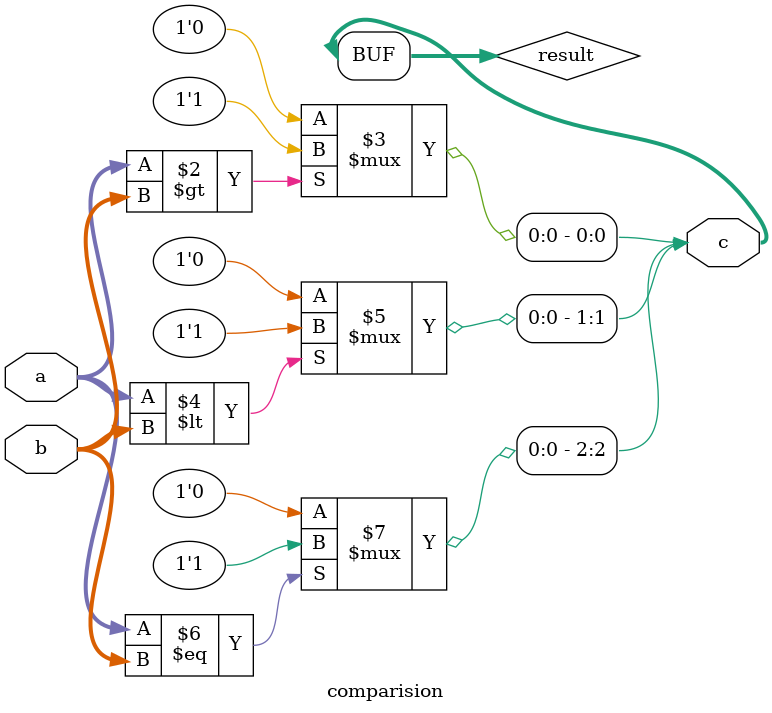
<source format=v>
`timescale 1ns / 1ps



module comparision(
input [31:0] a,
input [31:0] b,
output  [2:0]c

); 
  
  reg [2:0]result;
  
always @(*) begin 
    
           result[0] = (a > b)  ? 1'b1 : 1'b0;
           result[1] = (a < b)  ? 1'b1 : 1'b0;
           result[2] = (a == b) ? 1'b1 : 1'b0;
        
end 

assign c = result;

    
endmodule

</source>
